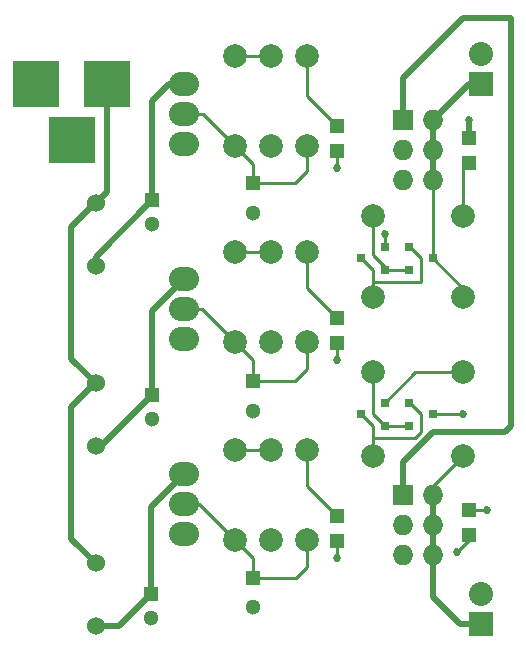
<source format=gtl>
G04 #@! TF.FileFunction,Copper,L1,Top,Signal*
%FSLAX46Y46*%
G04 Gerber Fmt 4.6, Leading zero omitted, Abs format (unit mm)*
G04 Created by KiCad (PCBNEW 4.0.2-stable) date 2016-04-25 13:21:19*
%MOMM*%
G01*
G04 APERTURE LIST*
%ADD10C,0.100000*%
%ADD11C,1.998980*%
%ADD12R,0.800100X0.800100*%
%ADD13R,1.300000X1.300000*%
%ADD14C,1.300000*%
%ADD15R,1.198880X1.198880*%
%ADD16R,1.727200X1.727200*%
%ADD17O,1.727200X1.727200*%
%ADD18R,2.032000X2.032000*%
%ADD19O,2.032000X2.032000*%
%ADD20O,2.540000X2.032000*%
%ADD21C,1.524000*%
%ADD22R,4.000000X4.000000*%
%ADD23C,0.685800*%
%ADD24C,0.508000*%
%ADD25C,0.254000*%
G04 APERTURE END LIST*
D10*
D11*
X101092000Y-39116000D03*
X93472000Y-39116000D03*
D12*
X96535240Y-41722000D03*
X96535240Y-43622000D03*
X98534220Y-42672000D03*
D13*
X74803000Y-37719000D03*
D14*
X74803000Y-39719000D03*
D13*
X74803000Y-54229000D03*
D14*
X74803000Y-56229000D03*
D13*
X74676000Y-71120000D03*
D14*
X74676000Y-73120000D03*
D15*
X90424000Y-31462980D03*
X90424000Y-33561020D03*
X90424000Y-47718980D03*
X90424000Y-49817020D03*
X90424000Y-64482980D03*
X90424000Y-66581020D03*
X101600000Y-63974980D03*
X101600000Y-66073020D03*
X101600000Y-34577020D03*
X101600000Y-32478980D03*
D16*
X96012000Y-62738000D03*
D17*
X98552000Y-62738000D03*
X96012000Y-65278000D03*
X98552000Y-65278000D03*
X96012000Y-67818000D03*
X98552000Y-67818000D03*
D18*
X102616000Y-73660000D03*
D19*
X102616000Y-71120000D03*
D16*
X96012000Y-30988000D03*
D17*
X98552000Y-30988000D03*
X96012000Y-33528000D03*
X98552000Y-33528000D03*
X96012000Y-36068000D03*
X98552000Y-36068000D03*
D18*
X102616000Y-27940000D03*
D19*
X102616000Y-25400000D03*
D12*
X96535240Y-54930000D03*
X96535240Y-56830000D03*
X98534220Y-55880000D03*
X94472760Y-56830000D03*
X94472760Y-54930000D03*
X92473780Y-55880000D03*
X94472760Y-43622000D03*
X94472760Y-41722000D03*
X92473780Y-42672000D03*
D11*
X81788000Y-33147000D03*
X81788000Y-25527000D03*
X84836000Y-25527000D03*
X84836000Y-33147000D03*
X81788000Y-49784000D03*
X81788000Y-42164000D03*
X84836000Y-42164000D03*
X84836000Y-49784000D03*
X81788000Y-66548000D03*
X81788000Y-58928000D03*
X84836000Y-58928000D03*
X84836000Y-66548000D03*
X87884000Y-33147000D03*
X87884000Y-25527000D03*
X87884000Y-49784000D03*
X87884000Y-42164000D03*
X87884000Y-66548000D03*
X87884000Y-58928000D03*
X93472000Y-59436000D03*
X101092000Y-59436000D03*
X101092000Y-52324000D03*
X93472000Y-52324000D03*
X93472000Y-45974000D03*
X101092000Y-45974000D03*
D20*
X77470000Y-30480000D03*
X77470000Y-27940000D03*
X77470000Y-33020000D03*
X77470000Y-46990000D03*
X77470000Y-44450000D03*
X77470000Y-49530000D03*
X77470000Y-63500000D03*
X77470000Y-60960000D03*
X77470000Y-66040000D03*
D21*
X70000000Y-37990000D03*
X70000000Y-43290000D03*
X70000000Y-53230000D03*
X70000000Y-58530000D03*
X70000000Y-68470000D03*
X70000000Y-73770000D03*
D14*
X83312000Y-38822000D03*
D13*
X83312000Y-36322000D03*
D14*
X83312000Y-55586000D03*
D13*
X83312000Y-53086000D03*
D14*
X83312000Y-72223000D03*
D13*
X83312000Y-69723000D03*
D22*
X70970140Y-27940000D03*
X64970660Y-27940000D03*
X67970400Y-32639000D03*
D23*
X101600000Y-30988000D03*
X100584000Y-67564000D03*
X90424000Y-68072000D03*
X90424000Y-51308000D03*
X90424000Y-35052000D03*
X103124000Y-64008000D03*
X94488000Y-40640000D03*
X101092000Y-55880000D03*
D24*
X77470000Y-27940000D02*
X76200000Y-27940000D01*
X74803000Y-29337000D02*
X74803000Y-37719000D01*
X76200000Y-27940000D02*
X74803000Y-29337000D01*
X70000000Y-43290000D02*
X70000000Y-42522000D01*
X70000000Y-42522000D02*
X74803000Y-37719000D01*
X101600000Y-32478980D02*
X101600000Y-30988000D01*
D25*
X101600000Y-66073020D02*
X101600000Y-66548000D01*
X101600000Y-66548000D02*
X100584000Y-67564000D01*
X90424000Y-66581020D02*
X90424000Y-68072000D01*
X90424000Y-49817020D02*
X90424000Y-51308000D01*
X90424000Y-33561020D02*
X90424000Y-35052000D01*
D24*
X96012000Y-59944000D02*
X96012000Y-62738000D01*
X98552000Y-57404000D02*
X96012000Y-59944000D01*
X104648000Y-57404000D02*
X98552000Y-57404000D01*
X105156000Y-56896000D02*
X104648000Y-57404000D01*
X105156000Y-22352000D02*
X105156000Y-56896000D01*
X101092000Y-22352000D02*
X105156000Y-22352000D01*
X96012000Y-27432000D02*
X101092000Y-22352000D01*
X96012000Y-30988000D02*
X96012000Y-27432000D01*
D25*
X87884000Y-33147000D02*
X87884000Y-35306000D01*
X86868000Y-36322000D02*
X83312000Y-36322000D01*
X87884000Y-35306000D02*
X86868000Y-36322000D01*
X83312000Y-36322000D02*
X83312000Y-34671000D01*
X83312000Y-34671000D02*
X81788000Y-33147000D01*
X77470000Y-30480000D02*
X79121000Y-30480000D01*
X79121000Y-30480000D02*
X81788000Y-33147000D01*
D24*
X74803000Y-54229000D02*
X74803000Y-47117000D01*
X74803000Y-47117000D02*
X77470000Y-44450000D01*
X70000000Y-58530000D02*
X70502000Y-58530000D01*
X70502000Y-58530000D02*
X74803000Y-54229000D01*
D25*
X87884000Y-49784000D02*
X87884000Y-52070000D01*
X86868000Y-53086000D02*
X86360000Y-53086000D01*
X86360000Y-53086000D02*
X83312000Y-53086000D01*
X87884000Y-52070000D02*
X86868000Y-53086000D01*
X81788000Y-49784000D02*
X83312000Y-51308000D01*
X83312000Y-51308000D02*
X83312000Y-53086000D01*
X77470000Y-46990000D02*
X78994000Y-46990000D01*
X78994000Y-46990000D02*
X81788000Y-49784000D01*
D24*
X74676000Y-71120000D02*
X74676000Y-63754000D01*
X74676000Y-63754000D02*
X77470000Y-60960000D01*
X70000000Y-73770000D02*
X72026000Y-73770000D01*
X72026000Y-73770000D02*
X74676000Y-71120000D01*
D25*
X87884000Y-66548000D02*
X87884000Y-68834000D01*
X86995000Y-69723000D02*
X83312000Y-69723000D01*
X87884000Y-68834000D02*
X86995000Y-69723000D01*
X81788000Y-66548000D02*
X83312000Y-68072000D01*
X83312000Y-68072000D02*
X83312000Y-69723000D01*
X77470000Y-63500000D02*
X78740000Y-63500000D01*
X78740000Y-63500000D02*
X81788000Y-66548000D01*
D24*
X70000000Y-53230000D02*
X69960000Y-53230000D01*
X69960000Y-53230000D02*
X67945000Y-55245000D01*
X67945000Y-66415000D02*
X70000000Y-68470000D01*
X67945000Y-55245000D02*
X67945000Y-66415000D01*
X70000000Y-37990000D02*
X69960000Y-37990000D01*
X69960000Y-37990000D02*
X67945000Y-40005000D01*
X67945000Y-51175000D02*
X70000000Y-53230000D01*
X67945000Y-40005000D02*
X67945000Y-51175000D01*
X70970140Y-27940000D02*
X70970140Y-37019860D01*
X70970140Y-37019860D02*
X70000000Y-37990000D01*
D25*
X87884000Y-25527000D02*
X87884000Y-28922980D01*
X87884000Y-28922980D02*
X90424000Y-31462980D01*
X87884000Y-42164000D02*
X87884000Y-45178980D01*
X87884000Y-45178980D02*
X90424000Y-47718980D01*
X87884000Y-58928000D02*
X87884000Y-61942980D01*
X87884000Y-61942980D02*
X90424000Y-64482980D01*
X103090980Y-63974980D02*
X101600000Y-63974980D01*
X103124000Y-64008000D02*
X103090980Y-63974980D01*
X101092000Y-52324000D02*
X97078760Y-52324000D01*
X97078760Y-52324000D02*
X94472760Y-54930000D01*
X94472760Y-40655240D02*
X94472760Y-41722000D01*
X94488000Y-40640000D02*
X94472760Y-40655240D01*
X101092000Y-39116000D02*
X101092000Y-35085020D01*
X101092000Y-35085020D02*
X101600000Y-34577020D01*
X98534220Y-55880000D02*
X101092000Y-55880000D01*
X98552000Y-62738000D02*
X98552000Y-61976000D01*
X98552000Y-61976000D02*
X101092000Y-59436000D01*
D24*
X98552000Y-62738000D02*
X98552000Y-65278000D01*
X98552000Y-65278000D02*
X98552000Y-67818000D01*
X98552000Y-67818000D02*
X98552000Y-71374000D01*
X98552000Y-71374000D02*
X100838000Y-73660000D01*
X100838000Y-73660000D02*
X102616000Y-73660000D01*
D25*
X98534220Y-42672000D02*
X98534220Y-36085780D01*
X98534220Y-36085780D02*
X98552000Y-36068000D01*
X101092000Y-45974000D02*
X101092000Y-45229780D01*
X101092000Y-45229780D02*
X98534220Y-42672000D01*
D24*
X98552000Y-36068000D02*
X98552000Y-33528000D01*
X98552000Y-33528000D02*
X98552000Y-30988000D01*
X98552000Y-30988000D02*
X101600000Y-27940000D01*
X101600000Y-27940000D02*
X102616000Y-27940000D01*
D25*
X96535240Y-54930000D02*
X96586000Y-54930000D01*
X96586000Y-54930000D02*
X97536000Y-55880000D01*
X97536000Y-55880000D02*
X97536000Y-57404000D01*
X97536000Y-57404000D02*
X97028000Y-57912000D01*
X97028000Y-57912000D02*
X93472000Y-57912000D01*
X93472000Y-59436000D02*
X93472000Y-57912000D01*
X93472000Y-57912000D02*
X93472000Y-56878220D01*
X93472000Y-56878220D02*
X92473780Y-55880000D01*
X93472000Y-52324000D02*
X93472000Y-55829240D01*
X93472000Y-55829240D02*
X94472760Y-56830000D01*
X94472760Y-56830000D02*
X96535240Y-56830000D01*
X96535240Y-41722000D02*
X96586000Y-41722000D01*
X96586000Y-41722000D02*
X97536000Y-42672000D01*
X97536000Y-42672000D02*
X97536000Y-44704000D01*
X97536000Y-44704000D02*
X93472000Y-44704000D01*
X93472000Y-45974000D02*
X93472000Y-44704000D01*
X93472000Y-44704000D02*
X93472000Y-43670220D01*
X93472000Y-43670220D02*
X92473780Y-42672000D01*
X94472760Y-43622000D02*
X94472760Y-43418760D01*
X94472760Y-43418760D02*
X93472000Y-42418000D01*
X93472000Y-42418000D02*
X93472000Y-39116000D01*
X94472760Y-43622000D02*
X96535240Y-43622000D01*
X81788000Y-25527000D02*
X84836000Y-25527000D01*
X81788000Y-42164000D02*
X84836000Y-42164000D01*
X81788000Y-58928000D02*
X84836000Y-58928000D01*
M02*

</source>
